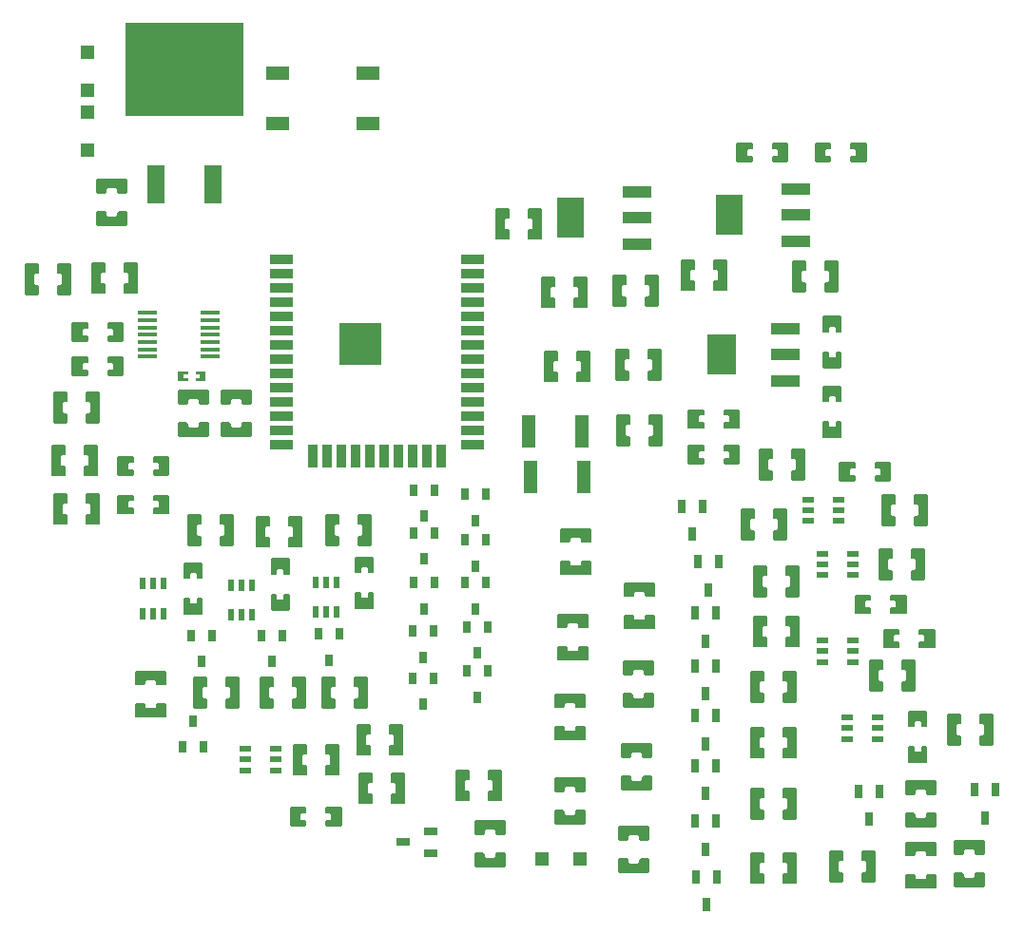
<source format=gtp>
G04 Layer: TopPasteMaskLayer*
G04 EasyEDA v6.5.50, 2025-05-11 21:30:58*
G04 57ce2a779753491496e961f97abc4982,bfcb7ea688f34dc99dffbe5811d057cf,10*
G04 Gerber Generator version 0.2*
G04 Scale: 100 percent, Rotated: No, Reflected: No *
G04 Dimensions in millimeters *
G04 leading zeros omitted , absolute positions ,4 integer and 5 decimal *
%FSLAX45Y45*%
%MOMM*%

%AMMACRO1*21,1,$1,$2,0,0,$3*%
%ADD10R,1.2500X3.0000*%
%ADD11R,1.3000X1.3000*%
%ADD12R,10.4900X8.3800*%
%ADD13R,1.5000X3.5040*%
%ADD14R,0.7000X1.2500*%
%ADD15R,1.2500X0.7000*%
%ADD16R,0.8000X1.0000*%
%ADD17R,2.0000X1.2000*%
%ADD18R,2.0000X0.9000*%
%ADD19R,0.9000X2.0000*%
%ADD20R,3.7000X3.7000*%
%ADD21MACRO1,0.98X2.47X90.0000*%
%ADD22MACRO1,3.6X2.47X-90.0000*%
%ADD23MACRO1,3.6X2.34X-90.0000*%
%ADD24R,2.5000X1.1000*%
%ADD25R,1.1000X0.6000*%
%ADD26R,0.6000X1.1000*%
%ADD27R,1.7000X0.4000*%
%ADD28R,0.0159X0.4000*%

%LPD*%
G36*
X7067296Y4607610D02*
G01*
X7057288Y4597603D01*
X7057288Y4560570D01*
X7067296Y4550562D01*
X7097775Y4550562D01*
X7107783Y4540554D01*
X7107783Y4501845D01*
X7097775Y4491837D01*
X7067296Y4491837D01*
X7057288Y4481830D01*
X7057288Y4444796D01*
X7067296Y4434789D01*
X7195820Y4434789D01*
X7205776Y4444796D01*
X7205776Y4597603D01*
X7195820Y4607610D01*
G37*
G36*
X6748780Y4607610D02*
G01*
X6738823Y4597603D01*
X6738823Y4444796D01*
X6748780Y4434789D01*
X6877303Y4434789D01*
X6887311Y4444796D01*
X6887311Y4481830D01*
X6877303Y4491837D01*
X6846824Y4491837D01*
X6836816Y4501845D01*
X6836816Y4540554D01*
X6846824Y4550562D01*
X6877303Y4550562D01*
X6887311Y4560570D01*
X6887311Y4597603D01*
X6877303Y4607610D01*
G37*
G36*
X7067296Y4925110D02*
G01*
X7057288Y4915103D01*
X7057288Y4878070D01*
X7067296Y4868062D01*
X7097775Y4868062D01*
X7107783Y4858054D01*
X7107783Y4819345D01*
X7097775Y4809337D01*
X7067296Y4809337D01*
X7057288Y4799330D01*
X7057288Y4762296D01*
X7067296Y4752289D01*
X7195820Y4752289D01*
X7205776Y4762296D01*
X7205776Y4915103D01*
X7195820Y4925110D01*
G37*
G36*
X6748780Y4925110D02*
G01*
X6738823Y4915103D01*
X6738823Y4762296D01*
X6748780Y4752289D01*
X6877303Y4752289D01*
X6887311Y4762296D01*
X6887311Y4799330D01*
X6877303Y4809337D01*
X6846824Y4809337D01*
X6836816Y4819345D01*
X6836816Y4858054D01*
X6846824Y4868062D01*
X6877303Y4868062D01*
X6887311Y4878070D01*
X6887311Y4915103D01*
X6877303Y4925110D01*
G37*
G36*
X7949996Y4817211D02*
G01*
X7939989Y4807204D01*
X7939989Y4678680D01*
X7949996Y4668723D01*
X8102803Y4668723D01*
X8112810Y4678680D01*
X8112810Y4807204D01*
X8102803Y4817211D01*
X8065770Y4817211D01*
X8055762Y4807204D01*
X8055762Y4776724D01*
X8045754Y4766716D01*
X8007045Y4766716D01*
X7997037Y4776724D01*
X7997037Y4807204D01*
X7987030Y4817211D01*
G37*
G36*
X7949996Y5135676D02*
G01*
X7939989Y5125720D01*
X7939989Y4997196D01*
X7949996Y4987188D01*
X7987030Y4987188D01*
X7997037Y4997196D01*
X7997037Y5027676D01*
X8007045Y5037683D01*
X8045754Y5037683D01*
X8055762Y5027676D01*
X8055762Y4997196D01*
X8065770Y4987188D01*
X8102803Y4987188D01*
X8112810Y4997196D01*
X8112810Y5125720D01*
X8102803Y5135676D01*
G37*
G36*
X7949996Y5439511D02*
G01*
X7939989Y5429504D01*
X7939989Y5300980D01*
X7949996Y5291023D01*
X8102803Y5291023D01*
X8112810Y5300980D01*
X8112810Y5429504D01*
X8102803Y5439511D01*
X8065770Y5439511D01*
X8055762Y5429504D01*
X8055762Y5399024D01*
X8045754Y5389016D01*
X8007045Y5389016D01*
X7997037Y5399024D01*
X7997037Y5429504D01*
X7987030Y5439511D01*
G37*
G36*
X7949996Y5757976D02*
G01*
X7939989Y5748020D01*
X7939989Y5619496D01*
X7949996Y5609488D01*
X7987030Y5609488D01*
X7997037Y5619496D01*
X7997037Y5649976D01*
X8007045Y5659983D01*
X8045754Y5659983D01*
X8055762Y5649976D01*
X8055762Y5619496D01*
X8065770Y5609488D01*
X8102803Y5609488D01*
X8112810Y5619496D01*
X8112810Y5748020D01*
X8102803Y5757976D01*
G37*
G36*
X8197596Y7300010D02*
G01*
X8187588Y7290003D01*
X8187588Y7252970D01*
X8197596Y7242962D01*
X8228075Y7242962D01*
X8238083Y7232954D01*
X8238083Y7194245D01*
X8228075Y7184237D01*
X8197596Y7184237D01*
X8187588Y7174230D01*
X8187588Y7137196D01*
X8197596Y7127189D01*
X8326120Y7127189D01*
X8336076Y7137196D01*
X8336076Y7290003D01*
X8326120Y7300010D01*
G37*
G36*
X7879080Y7300010D02*
G01*
X7869123Y7290003D01*
X7869123Y7137196D01*
X7879080Y7127189D01*
X8007603Y7127189D01*
X8017611Y7137196D01*
X8017611Y7174230D01*
X8007603Y7184237D01*
X7977124Y7184237D01*
X7967116Y7194245D01*
X7967116Y7232954D01*
X7977124Y7242962D01*
X8007603Y7242962D01*
X8017611Y7252970D01*
X8017611Y7290003D01*
X8007603Y7300010D01*
G37*
G36*
X7180580Y7300010D02*
G01*
X7170623Y7290003D01*
X7170623Y7137196D01*
X7180580Y7127189D01*
X7309103Y7127189D01*
X7319111Y7137196D01*
X7319111Y7174230D01*
X7309103Y7184237D01*
X7278624Y7184237D01*
X7268616Y7194245D01*
X7268616Y7232954D01*
X7278624Y7242962D01*
X7309103Y7242962D01*
X7319111Y7252970D01*
X7319111Y7290003D01*
X7309103Y7300010D01*
G37*
G36*
X7499096Y7300010D02*
G01*
X7489088Y7290003D01*
X7489088Y7252970D01*
X7499096Y7242962D01*
X7529575Y7242962D01*
X7539583Y7232954D01*
X7539583Y7194245D01*
X7529575Y7184237D01*
X7499096Y7184237D01*
X7489088Y7174230D01*
X7489088Y7137196D01*
X7499096Y7127189D01*
X7627620Y7127189D01*
X7637576Y7137196D01*
X7637576Y7290003D01*
X7627620Y7300010D01*
G37*
G36*
X8094980Y4455210D02*
G01*
X8085023Y4445203D01*
X8085023Y4292396D01*
X8094980Y4282389D01*
X8223503Y4282389D01*
X8233511Y4292396D01*
X8233511Y4329430D01*
X8223503Y4339437D01*
X8193024Y4339437D01*
X8183016Y4349445D01*
X8183016Y4388154D01*
X8193024Y4398162D01*
X8223503Y4398162D01*
X8233511Y4408170D01*
X8233511Y4445203D01*
X8223503Y4455210D01*
G37*
G36*
X8413496Y4455210D02*
G01*
X8403488Y4445203D01*
X8403488Y4408170D01*
X8413496Y4398162D01*
X8443976Y4398162D01*
X8453983Y4388154D01*
X8453983Y4349445D01*
X8443976Y4339437D01*
X8413496Y4339437D01*
X8403488Y4329430D01*
X8403488Y4292396D01*
X8413496Y4282389D01*
X8542020Y4282389D01*
X8551976Y4292396D01*
X8551976Y4445203D01*
X8542020Y4455210D01*
G37*
G36*
X8553196Y3274110D02*
G01*
X8543188Y3264103D01*
X8543188Y3227070D01*
X8553196Y3217062D01*
X8583676Y3217062D01*
X8593683Y3207054D01*
X8593683Y3168345D01*
X8583676Y3158337D01*
X8553196Y3158337D01*
X8543188Y3148330D01*
X8543188Y3111296D01*
X8553196Y3101289D01*
X8681720Y3101289D01*
X8691676Y3111296D01*
X8691676Y3264103D01*
X8681720Y3274110D01*
G37*
G36*
X8234680Y3274110D02*
G01*
X8224723Y3264103D01*
X8224723Y3111296D01*
X8234680Y3101289D01*
X8363203Y3101289D01*
X8373211Y3111296D01*
X8373211Y3148330D01*
X8363203Y3158337D01*
X8332724Y3158337D01*
X8322716Y3168345D01*
X8322716Y3207054D01*
X8332724Y3217062D01*
X8363203Y3217062D01*
X8373211Y3227070D01*
X8373211Y3264103D01*
X8363203Y3274110D01*
G37*
G36*
X8807196Y2969310D02*
G01*
X8797188Y2959303D01*
X8797188Y2922270D01*
X8807196Y2912262D01*
X8837676Y2912262D01*
X8847683Y2902254D01*
X8847683Y2863545D01*
X8837676Y2853537D01*
X8807196Y2853537D01*
X8797188Y2843530D01*
X8797188Y2806496D01*
X8807196Y2796489D01*
X8935720Y2796489D01*
X8945676Y2806496D01*
X8945676Y2959303D01*
X8935720Y2969310D01*
G37*
G36*
X8488680Y2969310D02*
G01*
X8478723Y2959303D01*
X8478723Y2806496D01*
X8488680Y2796489D01*
X8617204Y2796489D01*
X8627211Y2806496D01*
X8627211Y2843530D01*
X8617204Y2853537D01*
X8586724Y2853537D01*
X8576716Y2863545D01*
X8576716Y2902254D01*
X8586724Y2912262D01*
X8617204Y2912262D01*
X8627211Y2922270D01*
X8627211Y2959303D01*
X8617204Y2969310D01*
G37*
G36*
X8711996Y2240076D02*
G01*
X8701989Y2230120D01*
X8701989Y2101596D01*
X8711996Y2091588D01*
X8749030Y2091588D01*
X8759037Y2101596D01*
X8759037Y2132076D01*
X8769045Y2142083D01*
X8807754Y2142083D01*
X8817762Y2132076D01*
X8817762Y2101596D01*
X8827770Y2091588D01*
X8864803Y2091588D01*
X8874810Y2101596D01*
X8874810Y2230120D01*
X8864803Y2240076D01*
G37*
G36*
X8711996Y1921611D02*
G01*
X8701989Y1911604D01*
X8701989Y1783080D01*
X8711996Y1773123D01*
X8864803Y1773123D01*
X8874810Y1783080D01*
X8874810Y1911604D01*
X8864803Y1921611D01*
X8827770Y1921611D01*
X8817762Y1911604D01*
X8817762Y1881124D01*
X8807754Y1871116D01*
X8769045Y1871116D01*
X8759037Y1881124D01*
X8759037Y1911604D01*
X8749030Y1921611D01*
G37*
G36*
X3523996Y1381810D02*
G01*
X3513988Y1371803D01*
X3513988Y1334770D01*
X3523996Y1324762D01*
X3554476Y1324762D01*
X3564483Y1314754D01*
X3564483Y1276045D01*
X3554476Y1266037D01*
X3523996Y1266037D01*
X3513988Y1256030D01*
X3513988Y1218996D01*
X3523996Y1208989D01*
X3652520Y1208989D01*
X3662476Y1218996D01*
X3662476Y1371803D01*
X3652520Y1381810D01*
G37*
G36*
X3205480Y1381810D02*
G01*
X3195523Y1371803D01*
X3195523Y1218996D01*
X3205480Y1208989D01*
X3334004Y1208989D01*
X3344011Y1218996D01*
X3344011Y1256030D01*
X3334004Y1266037D01*
X3303524Y1266037D01*
X3293516Y1276045D01*
X3293516Y1314754D01*
X3303524Y1324762D01*
X3334004Y1324762D01*
X3344011Y1334770D01*
X3344011Y1371803D01*
X3334004Y1381810D01*
G37*
G36*
X2260396Y3560876D02*
G01*
X2250389Y3550920D01*
X2250389Y3422396D01*
X2260396Y3412388D01*
X2297430Y3412388D01*
X2307437Y3422396D01*
X2307437Y3452876D01*
X2317445Y3462883D01*
X2356154Y3462883D01*
X2366162Y3452876D01*
X2366162Y3422396D01*
X2376170Y3412388D01*
X2413203Y3412388D01*
X2423210Y3422396D01*
X2423210Y3550920D01*
X2413203Y3560876D01*
G37*
G36*
X2260396Y3242411D02*
G01*
X2250389Y3232404D01*
X2250389Y3103880D01*
X2260396Y3093923D01*
X2413203Y3093923D01*
X2423210Y3103880D01*
X2423210Y3232404D01*
X2413203Y3242411D01*
X2376170Y3242411D01*
X2366162Y3232404D01*
X2366162Y3201924D01*
X2356154Y3191916D01*
X2317445Y3191916D01*
X2307437Y3201924D01*
X2307437Y3232404D01*
X2297430Y3242411D01*
G37*
G36*
X3035096Y3280511D02*
G01*
X3025089Y3270503D01*
X3025089Y3141980D01*
X3035096Y3132023D01*
X3187903Y3132023D01*
X3197910Y3141980D01*
X3197910Y3270503D01*
X3187903Y3280511D01*
X3150870Y3280511D01*
X3140862Y3270503D01*
X3140862Y3240024D01*
X3130854Y3230016D01*
X3092145Y3230016D01*
X3082137Y3240024D01*
X3082137Y3270503D01*
X3072130Y3280511D01*
G37*
G36*
X3035096Y3598976D02*
G01*
X3025089Y3589020D01*
X3025089Y3460496D01*
X3035096Y3450488D01*
X3072130Y3450488D01*
X3082137Y3460496D01*
X3082137Y3490976D01*
X3092145Y3500983D01*
X3130854Y3500983D01*
X3140862Y3490976D01*
X3140862Y3460496D01*
X3150870Y3450488D01*
X3187903Y3450488D01*
X3197910Y3460496D01*
X3197910Y3589020D01*
X3187903Y3598976D01*
G37*
G36*
X3784396Y3293211D02*
G01*
X3774389Y3283204D01*
X3774389Y3154680D01*
X3784396Y3144723D01*
X3937203Y3144723D01*
X3947210Y3154680D01*
X3947210Y3283204D01*
X3937203Y3293211D01*
X3900170Y3293211D01*
X3890162Y3283204D01*
X3890162Y3252724D01*
X3880154Y3242716D01*
X3841445Y3242716D01*
X3831437Y3252724D01*
X3831437Y3283204D01*
X3821429Y3293211D01*
G37*
G36*
X3784396Y3611676D02*
G01*
X3774389Y3601720D01*
X3774389Y3473196D01*
X3784396Y3463188D01*
X3821429Y3463188D01*
X3831437Y3473196D01*
X3831437Y3503676D01*
X3841445Y3513683D01*
X3880154Y3513683D01*
X3890162Y3503676D01*
X3890162Y3473196D01*
X3900170Y3463188D01*
X3937203Y3463188D01*
X3947210Y3473196D01*
X3947210Y3601720D01*
X3937203Y3611676D01*
G37*
G36*
X1987296Y4506010D02*
G01*
X1977288Y4496003D01*
X1977288Y4458970D01*
X1987296Y4448962D01*
X2017775Y4448962D01*
X2027783Y4438954D01*
X2027783Y4400245D01*
X2017775Y4390237D01*
X1987296Y4390237D01*
X1977288Y4380230D01*
X1977288Y4343196D01*
X1987296Y4333189D01*
X2115820Y4333189D01*
X2125776Y4343196D01*
X2125776Y4496003D01*
X2115820Y4506010D01*
G37*
G36*
X1668780Y4506010D02*
G01*
X1658823Y4496003D01*
X1658823Y4343196D01*
X1668780Y4333189D01*
X1797304Y4333189D01*
X1807311Y4343196D01*
X1807311Y4380230D01*
X1797304Y4390237D01*
X1766824Y4390237D01*
X1756816Y4400245D01*
X1756816Y4438954D01*
X1766824Y4448962D01*
X1797304Y4448962D01*
X1807311Y4458970D01*
X1807311Y4496003D01*
X1797304Y4506010D01*
G37*
G36*
X1580896Y5699810D02*
G01*
X1570888Y5689803D01*
X1570888Y5652770D01*
X1580896Y5642762D01*
X1611376Y5642762D01*
X1621383Y5632754D01*
X1621383Y5594045D01*
X1611376Y5584037D01*
X1580896Y5584037D01*
X1570888Y5574030D01*
X1570888Y5536996D01*
X1580896Y5526989D01*
X1709420Y5526989D01*
X1719376Y5536996D01*
X1719376Y5689803D01*
X1709420Y5699810D01*
G37*
G36*
X1262380Y5699810D02*
G01*
X1252423Y5689803D01*
X1252423Y5536996D01*
X1262380Y5526989D01*
X1390904Y5526989D01*
X1400911Y5536996D01*
X1400911Y5574030D01*
X1390904Y5584037D01*
X1360424Y5584037D01*
X1350416Y5594045D01*
X1350416Y5632754D01*
X1360424Y5642762D01*
X1390904Y5642762D01*
X1400911Y5652770D01*
X1400911Y5689803D01*
X1390904Y5699810D01*
G37*
G36*
X1580896Y5395010D02*
G01*
X1570888Y5385003D01*
X1570888Y5347970D01*
X1580896Y5337962D01*
X1611376Y5337962D01*
X1621383Y5327954D01*
X1621383Y5289245D01*
X1611376Y5279237D01*
X1580896Y5279237D01*
X1570888Y5269230D01*
X1570888Y5232196D01*
X1580896Y5222189D01*
X1709420Y5222189D01*
X1719376Y5232196D01*
X1719376Y5385003D01*
X1709420Y5395010D01*
G37*
G36*
X1262380Y5395010D02*
G01*
X1252423Y5385003D01*
X1252423Y5232196D01*
X1262380Y5222189D01*
X1390904Y5222189D01*
X1400911Y5232196D01*
X1400911Y5269230D01*
X1390904Y5279237D01*
X1360424Y5279237D01*
X1350416Y5289245D01*
X1350416Y5327954D01*
X1360424Y5337962D01*
X1390904Y5337962D01*
X1400911Y5347970D01*
X1400911Y5385003D01*
X1390904Y5395010D01*
G37*
G36*
X1987296Y4163110D02*
G01*
X1977288Y4153103D01*
X1977288Y4116070D01*
X1987296Y4106062D01*
X2017775Y4106062D01*
X2027783Y4096054D01*
X2027783Y4057345D01*
X2017775Y4047337D01*
X1987296Y4047337D01*
X1977288Y4037329D01*
X1977288Y4000296D01*
X1987296Y3990289D01*
X2115820Y3990289D01*
X2125776Y4000296D01*
X2125776Y4153103D01*
X2115820Y4163110D01*
G37*
G36*
X1668780Y4163110D02*
G01*
X1658823Y4153103D01*
X1658823Y4000296D01*
X1668780Y3990289D01*
X1797304Y3990289D01*
X1807311Y4000296D01*
X1807311Y4037329D01*
X1797304Y4047337D01*
X1766824Y4047337D01*
X1756816Y4057345D01*
X1756816Y4096054D01*
X1766824Y4106062D01*
X1797304Y4106062D01*
X1807311Y4116070D01*
X1807311Y4153103D01*
X1797304Y4163110D01*
G37*
G36*
X6401917Y4877511D02*
G01*
X6391910Y4867503D01*
X6391910Y4794859D01*
X6401917Y4784852D01*
X6425488Y4784852D01*
X6435496Y4774844D01*
X6435496Y4699355D01*
X6425488Y4689348D01*
X6401917Y4689348D01*
X6391910Y4679340D01*
X6391910Y4606696D01*
X6401917Y4596688D01*
X6510172Y4596688D01*
X6520129Y4606696D01*
X6520129Y4867503D01*
X6510172Y4877511D01*
G37*
G36*
X6113627Y4877511D02*
G01*
X6103670Y4867503D01*
X6103670Y4606696D01*
X6113627Y4596688D01*
X6221882Y4596688D01*
X6231890Y4606696D01*
X6231890Y4679340D01*
X6221882Y4689348D01*
X6198311Y4689348D01*
X6188303Y4699355D01*
X6188303Y4774844D01*
X6198311Y4784852D01*
X6221882Y4784852D01*
X6231890Y4794859D01*
X6231890Y4867503D01*
X6221882Y4877511D01*
G37*
G36*
X5728817Y6109411D02*
G01*
X5718810Y6099403D01*
X5718810Y6026759D01*
X5728817Y6016752D01*
X5752388Y6016752D01*
X5762396Y6006744D01*
X5762396Y5931255D01*
X5752388Y5921248D01*
X5728817Y5921248D01*
X5718810Y5911240D01*
X5718810Y5838596D01*
X5728817Y5828588D01*
X5837072Y5828588D01*
X5847029Y5838596D01*
X5847029Y6099403D01*
X5837072Y6109411D01*
G37*
G36*
X5440527Y6109411D02*
G01*
X5430570Y6099403D01*
X5430570Y5838596D01*
X5440527Y5828588D01*
X5548782Y5828588D01*
X5558790Y5838596D01*
X5558790Y5911240D01*
X5548782Y5921248D01*
X5525211Y5921248D01*
X5515203Y5931255D01*
X5515203Y6006744D01*
X5525211Y6016752D01*
X5548782Y6016752D01*
X5558790Y6026759D01*
X5558790Y6099403D01*
X5548782Y6109411D01*
G37*
G36*
X6389217Y5461711D02*
G01*
X6379210Y5451703D01*
X6379210Y5379059D01*
X6389217Y5369052D01*
X6412788Y5369052D01*
X6422796Y5359044D01*
X6422796Y5283555D01*
X6412788Y5273548D01*
X6389217Y5273548D01*
X6379210Y5263540D01*
X6379210Y5190896D01*
X6389217Y5180888D01*
X6497472Y5180888D01*
X6507429Y5190896D01*
X6507429Y5451703D01*
X6497472Y5461711D01*
G37*
G36*
X6100927Y5461711D02*
G01*
X6090970Y5451703D01*
X6090970Y5190896D01*
X6100927Y5180888D01*
X6209182Y5180888D01*
X6219190Y5190896D01*
X6219190Y5263540D01*
X6209182Y5273548D01*
X6185611Y5273548D01*
X6175603Y5283555D01*
X6175603Y5359044D01*
X6185611Y5369052D01*
X6209182Y5369052D01*
X6219190Y5379059D01*
X6219190Y5451703D01*
X6209182Y5461711D01*
G37*
G36*
X5322417Y6719011D02*
G01*
X5312410Y6709003D01*
X5312410Y6636359D01*
X5322417Y6626352D01*
X5345988Y6626352D01*
X5355996Y6616344D01*
X5355996Y6540855D01*
X5345988Y6530848D01*
X5322417Y6530848D01*
X5312410Y6520840D01*
X5312410Y6448196D01*
X5322417Y6438188D01*
X5430672Y6438188D01*
X5440629Y6448196D01*
X5440629Y6709003D01*
X5430672Y6719011D01*
G37*
G36*
X5034127Y6719011D02*
G01*
X5024170Y6709003D01*
X5024170Y6448196D01*
X5034127Y6438188D01*
X5142382Y6438188D01*
X5152390Y6448196D01*
X5152390Y6520840D01*
X5142382Y6530848D01*
X5118811Y6530848D01*
X5108803Y6540855D01*
X5108803Y6616344D01*
X5118811Y6626352D01*
X5142382Y6626352D01*
X5152390Y6636359D01*
X5152390Y6709003D01*
X5142382Y6719011D01*
G37*
G36*
X5754217Y5449011D02*
G01*
X5744210Y5439003D01*
X5744210Y5366359D01*
X5754217Y5356352D01*
X5777788Y5356352D01*
X5787796Y5346344D01*
X5787796Y5270855D01*
X5777788Y5260848D01*
X5754217Y5260848D01*
X5744210Y5250840D01*
X5744210Y5178196D01*
X5754217Y5168188D01*
X5862472Y5168188D01*
X5872429Y5178196D01*
X5872429Y5439003D01*
X5862472Y5449011D01*
G37*
G36*
X5465927Y5449011D02*
G01*
X5455970Y5439003D01*
X5455970Y5178196D01*
X5465927Y5168188D01*
X5574182Y5168188D01*
X5584190Y5178196D01*
X5584190Y5250840D01*
X5574182Y5260848D01*
X5550611Y5260848D01*
X5540603Y5270855D01*
X5540603Y5346344D01*
X5550611Y5356352D01*
X5574182Y5356352D01*
X5584190Y5366359D01*
X5584190Y5439003D01*
X5574182Y5449011D01*
G37*
G36*
X6363817Y6122111D02*
G01*
X6353810Y6112103D01*
X6353810Y6039459D01*
X6363817Y6029452D01*
X6387388Y6029452D01*
X6397396Y6019444D01*
X6397396Y5943955D01*
X6387388Y5933948D01*
X6363817Y5933948D01*
X6353810Y5923940D01*
X6353810Y5851296D01*
X6363817Y5841288D01*
X6472072Y5841288D01*
X6482029Y5851296D01*
X6482029Y6112103D01*
X6472072Y6122111D01*
G37*
G36*
X6075527Y6122111D02*
G01*
X6065570Y6112103D01*
X6065570Y5851296D01*
X6075527Y5841288D01*
X6183782Y5841288D01*
X6193790Y5851296D01*
X6193790Y5923940D01*
X6183782Y5933948D01*
X6160211Y5933948D01*
X6150203Y5943955D01*
X6150203Y6019444D01*
X6160211Y6029452D01*
X6183782Y6029452D01*
X6193790Y6039459D01*
X6193790Y6112103D01*
X6183782Y6122111D01*
G37*
G36*
X7675727Y6249111D02*
G01*
X7665770Y6239103D01*
X7665770Y5978296D01*
X7675727Y5968288D01*
X7783982Y5968288D01*
X7793990Y5978296D01*
X7793990Y6050940D01*
X7783982Y6060948D01*
X7760411Y6060948D01*
X7750403Y6070955D01*
X7750403Y6146444D01*
X7760411Y6156452D01*
X7783982Y6156452D01*
X7793990Y6166459D01*
X7793990Y6239103D01*
X7783982Y6249111D01*
G37*
G36*
X7964017Y6249111D02*
G01*
X7954009Y6239103D01*
X7954009Y6166459D01*
X7964017Y6156452D01*
X7987588Y6156452D01*
X7997596Y6146444D01*
X7997596Y6070955D01*
X7987588Y6060948D01*
X7964017Y6060948D01*
X7954009Y6050940D01*
X7954009Y5978296D01*
X7964017Y5968288D01*
X8072272Y5968288D01*
X8082229Y5978296D01*
X8082229Y6239103D01*
X8072272Y6249111D01*
G37*
G36*
X6685127Y6261811D02*
G01*
X6675170Y6251803D01*
X6675170Y5990996D01*
X6685127Y5980988D01*
X6793382Y5980988D01*
X6803390Y5990996D01*
X6803390Y6063640D01*
X6793382Y6073648D01*
X6769811Y6073648D01*
X6759803Y6083655D01*
X6759803Y6159144D01*
X6769811Y6169152D01*
X6793382Y6169152D01*
X6803390Y6179159D01*
X6803390Y6251803D01*
X6793382Y6261811D01*
G37*
G36*
X6973417Y6261811D02*
G01*
X6963409Y6251803D01*
X6963409Y6179159D01*
X6973417Y6169152D01*
X6996988Y6169152D01*
X7006996Y6159144D01*
X7006996Y6083655D01*
X6996988Y6073648D01*
X6973417Y6073648D01*
X6963409Y6063640D01*
X6963409Y5990996D01*
X6973417Y5980988D01*
X7081672Y5980988D01*
X7091629Y5990996D01*
X7091629Y6251803D01*
X7081672Y6261811D01*
G37*
G36*
X8764117Y4166311D02*
G01*
X8754110Y4156303D01*
X8754110Y4083659D01*
X8764117Y4073651D01*
X8787688Y4073651D01*
X8797696Y4063644D01*
X8797696Y3988155D01*
X8787688Y3978148D01*
X8764117Y3978148D01*
X8754110Y3968140D01*
X8754110Y3895496D01*
X8764117Y3885488D01*
X8872372Y3885488D01*
X8882329Y3895496D01*
X8882329Y4156303D01*
X8872372Y4166311D01*
G37*
G36*
X8475827Y4166311D02*
G01*
X8465870Y4156303D01*
X8465870Y3895496D01*
X8475827Y3885488D01*
X8584082Y3885488D01*
X8594090Y3895496D01*
X8594090Y3968140D01*
X8584082Y3978148D01*
X8560511Y3978148D01*
X8550503Y3988155D01*
X8550503Y4063644D01*
X8560511Y4073651D01*
X8584082Y4073651D01*
X8594090Y4083659D01*
X8594090Y4156303D01*
X8584082Y4166311D01*
G37*
G36*
X8738717Y3683711D02*
G01*
X8728710Y3673703D01*
X8728710Y3601059D01*
X8738717Y3591051D01*
X8762288Y3591051D01*
X8772296Y3581044D01*
X8772296Y3505555D01*
X8762288Y3495548D01*
X8738717Y3495548D01*
X8728710Y3485540D01*
X8728710Y3412896D01*
X8738717Y3402888D01*
X8846972Y3402888D01*
X8856929Y3412896D01*
X8856929Y3673703D01*
X8846972Y3683711D01*
G37*
G36*
X8450427Y3683711D02*
G01*
X8440470Y3673703D01*
X8440470Y3412896D01*
X8450427Y3402888D01*
X8558682Y3402888D01*
X8568690Y3412896D01*
X8568690Y3485540D01*
X8558682Y3495548D01*
X8535111Y3495548D01*
X8525103Y3505555D01*
X8525103Y3581044D01*
X8535111Y3591051D01*
X8558682Y3591051D01*
X8568690Y3601059D01*
X8568690Y3673703D01*
X8558682Y3683711D01*
G37*
G36*
X8649817Y2693111D02*
G01*
X8639810Y2683103D01*
X8639810Y2610459D01*
X8649817Y2600452D01*
X8673388Y2600452D01*
X8683396Y2590444D01*
X8683396Y2514955D01*
X8673388Y2504948D01*
X8649817Y2504948D01*
X8639810Y2494940D01*
X8639810Y2422296D01*
X8649817Y2412288D01*
X8758072Y2412288D01*
X8768029Y2422296D01*
X8768029Y2683103D01*
X8758072Y2693111D01*
G37*
G36*
X8361527Y2693111D02*
G01*
X8351570Y2683103D01*
X8351570Y2422296D01*
X8361527Y2412288D01*
X8469782Y2412288D01*
X8479790Y2422296D01*
X8479790Y2494940D01*
X8469782Y2504948D01*
X8446211Y2504948D01*
X8436203Y2514955D01*
X8436203Y2590444D01*
X8446211Y2600452D01*
X8469782Y2600452D01*
X8479790Y2610459D01*
X8479790Y2683103D01*
X8469782Y2693111D01*
G37*
G36*
X9348317Y2210511D02*
G01*
X9338310Y2200503D01*
X9338310Y2127859D01*
X9348317Y2117852D01*
X9371888Y2117852D01*
X9381896Y2107844D01*
X9381896Y2032355D01*
X9371888Y2022348D01*
X9348317Y2022348D01*
X9338310Y2012340D01*
X9338310Y1939696D01*
X9348317Y1929688D01*
X9456572Y1929688D01*
X9466529Y1939696D01*
X9466529Y2200503D01*
X9456572Y2210511D01*
G37*
G36*
X9060027Y2210511D02*
G01*
X9050070Y2200503D01*
X9050070Y1939696D01*
X9060027Y1929688D01*
X9168282Y1929688D01*
X9178290Y1939696D01*
X9178290Y2012340D01*
X9168282Y2022348D01*
X9144711Y2022348D01*
X9134703Y2032355D01*
X9134703Y2107844D01*
X9144711Y2117852D01*
X9168282Y2117852D01*
X9178290Y2127859D01*
X9178290Y2200503D01*
X9168282Y2210511D01*
G37*
G36*
X7506817Y4039311D02*
G01*
X7496809Y4029303D01*
X7496809Y3956659D01*
X7506817Y3946651D01*
X7530388Y3946651D01*
X7540396Y3936644D01*
X7540396Y3861155D01*
X7530388Y3851148D01*
X7506817Y3851148D01*
X7496809Y3841140D01*
X7496809Y3768496D01*
X7506817Y3758488D01*
X7615072Y3758488D01*
X7625029Y3768496D01*
X7625029Y4029303D01*
X7615072Y4039311D01*
G37*
G36*
X7218527Y4039311D02*
G01*
X7208570Y4029303D01*
X7208570Y3768496D01*
X7218527Y3758488D01*
X7326782Y3758488D01*
X7336790Y3768496D01*
X7336790Y3841140D01*
X7326782Y3851148D01*
X7303211Y3851148D01*
X7293203Y3861155D01*
X7293203Y3936644D01*
X7303211Y3946651D01*
X7326782Y3946651D01*
X7336790Y3956659D01*
X7336790Y4029303D01*
X7326782Y4039311D01*
G37*
G36*
X7621117Y3086811D02*
G01*
X7611109Y3076803D01*
X7611109Y3004159D01*
X7621117Y2994152D01*
X7644688Y2994152D01*
X7654696Y2984144D01*
X7654696Y2908655D01*
X7644688Y2898648D01*
X7621117Y2898648D01*
X7611109Y2888640D01*
X7611109Y2815996D01*
X7621117Y2805988D01*
X7729372Y2805988D01*
X7739329Y2815996D01*
X7739329Y3076803D01*
X7729372Y3086811D01*
G37*
G36*
X7332827Y3086811D02*
G01*
X7322870Y3076803D01*
X7322870Y2815996D01*
X7332827Y2805988D01*
X7441082Y2805988D01*
X7451090Y2815996D01*
X7451090Y2888640D01*
X7441082Y2898648D01*
X7417511Y2898648D01*
X7407503Y2908655D01*
X7407503Y2984144D01*
X7417511Y2994152D01*
X7441082Y2994152D01*
X7451090Y3004159D01*
X7451090Y3076803D01*
X7441082Y3086811D01*
G37*
G36*
X7595717Y2096211D02*
G01*
X7585709Y2086203D01*
X7585709Y2013559D01*
X7595717Y2003552D01*
X7619288Y2003552D01*
X7629296Y1993544D01*
X7629296Y1918055D01*
X7619288Y1908048D01*
X7595717Y1908048D01*
X7585709Y1898040D01*
X7585709Y1825396D01*
X7595717Y1815388D01*
X7703972Y1815388D01*
X7713929Y1825396D01*
X7713929Y2086203D01*
X7703972Y2096211D01*
G37*
G36*
X7307427Y2096211D02*
G01*
X7297470Y2086203D01*
X7297470Y1825396D01*
X7307427Y1815388D01*
X7415682Y1815388D01*
X7425690Y1825396D01*
X7425690Y1898040D01*
X7415682Y1908048D01*
X7392111Y1908048D01*
X7382103Y1918055D01*
X7382103Y1993544D01*
X7392111Y2003552D01*
X7415682Y2003552D01*
X7425690Y2013559D01*
X7425690Y2086203D01*
X7415682Y2096211D01*
G37*
G36*
X7595717Y978611D02*
G01*
X7585709Y968603D01*
X7585709Y895959D01*
X7595717Y885952D01*
X7619288Y885952D01*
X7629296Y875944D01*
X7629296Y800455D01*
X7619288Y790448D01*
X7595717Y790448D01*
X7585709Y780440D01*
X7585709Y707796D01*
X7595717Y697788D01*
X7703972Y697788D01*
X7713929Y707796D01*
X7713929Y968603D01*
X7703972Y978611D01*
G37*
G36*
X7307427Y978611D02*
G01*
X7297470Y968603D01*
X7297470Y707796D01*
X7307427Y697788D01*
X7415682Y697788D01*
X7425690Y707796D01*
X7425690Y780440D01*
X7415682Y790448D01*
X7392111Y790448D01*
X7382103Y800455D01*
X7382103Y875944D01*
X7392111Y885952D01*
X7415682Y885952D01*
X7425690Y895959D01*
X7425690Y968603D01*
X7415682Y978611D01*
G37*
G36*
X7595717Y1550111D02*
G01*
X7585709Y1540103D01*
X7585709Y1467459D01*
X7595717Y1457452D01*
X7619288Y1457452D01*
X7629296Y1447444D01*
X7629296Y1371955D01*
X7619288Y1361948D01*
X7595717Y1361948D01*
X7585709Y1351940D01*
X7585709Y1279296D01*
X7595717Y1269288D01*
X7703972Y1269288D01*
X7713929Y1279296D01*
X7713929Y1540103D01*
X7703972Y1550111D01*
G37*
G36*
X7307427Y1550111D02*
G01*
X7297470Y1540103D01*
X7297470Y1279296D01*
X7307427Y1269288D01*
X7415682Y1269288D01*
X7425690Y1279296D01*
X7425690Y1351940D01*
X7415682Y1361948D01*
X7392111Y1361948D01*
X7382103Y1371955D01*
X7382103Y1447444D01*
X7392111Y1457452D01*
X7415682Y1457452D01*
X7425690Y1467459D01*
X7425690Y1540103D01*
X7415682Y1550111D01*
G37*
G36*
X7595717Y2591511D02*
G01*
X7585709Y2581503D01*
X7585709Y2508859D01*
X7595717Y2498852D01*
X7619288Y2498852D01*
X7629296Y2488844D01*
X7629296Y2413355D01*
X7619288Y2403348D01*
X7595717Y2403348D01*
X7585709Y2393340D01*
X7585709Y2320696D01*
X7595717Y2310688D01*
X7703972Y2310688D01*
X7713929Y2320696D01*
X7713929Y2581503D01*
X7703972Y2591511D01*
G37*
G36*
X7307427Y2591511D02*
G01*
X7297470Y2581503D01*
X7297470Y2320696D01*
X7307427Y2310688D01*
X7415682Y2310688D01*
X7425690Y2320696D01*
X7425690Y2393340D01*
X7415682Y2403348D01*
X7392111Y2403348D01*
X7382103Y2413355D01*
X7382103Y2488844D01*
X7392111Y2498852D01*
X7415682Y2498852D01*
X7425690Y2508859D01*
X7425690Y2581503D01*
X7415682Y2591511D01*
G37*
G36*
X7621117Y3531311D02*
G01*
X7611109Y3521303D01*
X7611109Y3448659D01*
X7621117Y3438651D01*
X7644688Y3438651D01*
X7654696Y3428644D01*
X7654696Y3353155D01*
X7644688Y3343148D01*
X7621117Y3343148D01*
X7611109Y3333140D01*
X7611109Y3260496D01*
X7621117Y3250488D01*
X7729372Y3250488D01*
X7739329Y3260496D01*
X7739329Y3521303D01*
X7729372Y3531311D01*
G37*
G36*
X7332827Y3531311D02*
G01*
X7322870Y3521303D01*
X7322870Y3260496D01*
X7332827Y3250488D01*
X7441082Y3250488D01*
X7451090Y3260496D01*
X7451090Y3333140D01*
X7441082Y3343148D01*
X7417511Y3343148D01*
X7407503Y3353155D01*
X7407503Y3428644D01*
X7417511Y3438651D01*
X7441082Y3438651D01*
X7451090Y3448659D01*
X7451090Y3521303D01*
X7441082Y3531311D01*
G37*
G36*
X7671917Y4572711D02*
G01*
X7661909Y4562703D01*
X7661909Y4490059D01*
X7671917Y4480052D01*
X7695488Y4480052D01*
X7705496Y4470044D01*
X7705496Y4394555D01*
X7695488Y4384548D01*
X7671917Y4384548D01*
X7661909Y4374540D01*
X7661909Y4301896D01*
X7671917Y4291888D01*
X7780172Y4291888D01*
X7790129Y4301896D01*
X7790129Y4562703D01*
X7780172Y4572711D01*
G37*
G36*
X7383627Y4572711D02*
G01*
X7373670Y4562703D01*
X7373670Y4301896D01*
X7383627Y4291888D01*
X7491882Y4291888D01*
X7501890Y4301896D01*
X7501890Y4374540D01*
X7491882Y4384548D01*
X7468311Y4384548D01*
X7458303Y4394555D01*
X7458303Y4470044D01*
X7468311Y4480052D01*
X7491882Y4480052D01*
X7501890Y4490059D01*
X7501890Y4562703D01*
X7491882Y4572711D01*
G37*
G36*
X5609996Y3865829D02*
G01*
X5599988Y3855872D01*
X5599988Y3747617D01*
X5609996Y3737610D01*
X5682640Y3737610D01*
X5692648Y3747617D01*
X5692648Y3771188D01*
X5702655Y3781196D01*
X5778144Y3781196D01*
X5788152Y3771188D01*
X5788152Y3747617D01*
X5798159Y3737610D01*
X5870803Y3737610D01*
X5880811Y3747617D01*
X5880811Y3855872D01*
X5870803Y3865829D01*
G37*
G36*
X5609996Y3577590D02*
G01*
X5599988Y3567582D01*
X5599988Y3459327D01*
X5609996Y3449370D01*
X5870803Y3449370D01*
X5880811Y3459327D01*
X5880811Y3567582D01*
X5870803Y3577590D01*
X5798159Y3577590D01*
X5788152Y3567582D01*
X5788152Y3544011D01*
X5778144Y3534003D01*
X5702655Y3534003D01*
X5692648Y3544011D01*
X5692648Y3567582D01*
X5682640Y3577590D01*
G37*
G36*
X6181496Y3383229D02*
G01*
X6171488Y3373272D01*
X6171488Y3265017D01*
X6181496Y3255010D01*
X6254140Y3255010D01*
X6264148Y3265017D01*
X6264148Y3288588D01*
X6274155Y3298596D01*
X6349644Y3298596D01*
X6359652Y3288588D01*
X6359652Y3265017D01*
X6369659Y3255010D01*
X6442303Y3255010D01*
X6452311Y3265017D01*
X6452311Y3373272D01*
X6442303Y3383229D01*
G37*
G36*
X6181496Y3094990D02*
G01*
X6171488Y3084982D01*
X6171488Y2976727D01*
X6181496Y2966770D01*
X6442303Y2966770D01*
X6452311Y2976727D01*
X6452311Y3084982D01*
X6442303Y3094990D01*
X6369659Y3094990D01*
X6359652Y3084982D01*
X6359652Y3061411D01*
X6349644Y3051403D01*
X6274155Y3051403D01*
X6264148Y3061411D01*
X6264148Y3084982D01*
X6254140Y3094990D01*
G37*
G36*
X5584596Y3103829D02*
G01*
X5574588Y3093872D01*
X5574588Y2985617D01*
X5584596Y2975610D01*
X5657240Y2975610D01*
X5667248Y2985617D01*
X5667248Y3009188D01*
X5677255Y3019196D01*
X5752744Y3019196D01*
X5762752Y3009188D01*
X5762752Y2985617D01*
X5772759Y2975610D01*
X5845403Y2975610D01*
X5855411Y2985617D01*
X5855411Y3093872D01*
X5845403Y3103829D01*
G37*
G36*
X5584596Y2815590D02*
G01*
X5574588Y2805582D01*
X5574588Y2697327D01*
X5584596Y2687370D01*
X5845403Y2687370D01*
X5855411Y2697327D01*
X5855411Y2805582D01*
X5845403Y2815590D01*
X5772759Y2815590D01*
X5762752Y2805582D01*
X5762752Y2782011D01*
X5752744Y2772003D01*
X5677255Y2772003D01*
X5667248Y2782011D01*
X5667248Y2805582D01*
X5657240Y2815590D01*
G37*
G36*
X6168796Y2684729D02*
G01*
X6158788Y2674772D01*
X6158788Y2566517D01*
X6168796Y2556510D01*
X6241440Y2556510D01*
X6251448Y2566517D01*
X6251448Y2590088D01*
X6261455Y2600096D01*
X6336944Y2600096D01*
X6346952Y2590088D01*
X6346952Y2566517D01*
X6356959Y2556510D01*
X6429603Y2556510D01*
X6439611Y2566517D01*
X6439611Y2674772D01*
X6429603Y2684729D01*
G37*
G36*
X6168796Y2396490D02*
G01*
X6158788Y2386482D01*
X6158788Y2278227D01*
X6168796Y2268270D01*
X6429603Y2268270D01*
X6439611Y2278227D01*
X6439611Y2386482D01*
X6429603Y2396490D01*
X6356959Y2396490D01*
X6346952Y2386482D01*
X6346952Y2362911D01*
X6336944Y2352903D01*
X6261455Y2352903D01*
X6251448Y2362911D01*
X6251448Y2386482D01*
X6241440Y2396490D01*
G37*
G36*
X5559196Y2392629D02*
G01*
X5549188Y2382672D01*
X5549188Y2274417D01*
X5559196Y2264410D01*
X5631840Y2264410D01*
X5641848Y2274417D01*
X5641848Y2297988D01*
X5651855Y2307996D01*
X5727344Y2307996D01*
X5737352Y2297988D01*
X5737352Y2274417D01*
X5747359Y2264410D01*
X5820003Y2264410D01*
X5830011Y2274417D01*
X5830011Y2382672D01*
X5820003Y2392629D01*
G37*
G36*
X5559196Y2104390D02*
G01*
X5549188Y2094382D01*
X5549188Y1986127D01*
X5559196Y1976170D01*
X5820003Y1976170D01*
X5830011Y1986127D01*
X5830011Y2094382D01*
X5820003Y2104390D01*
X5747359Y2104390D01*
X5737352Y2094382D01*
X5737352Y2070811D01*
X5727344Y2060803D01*
X5651855Y2060803D01*
X5641848Y2070811D01*
X5641848Y2094382D01*
X5631840Y2104390D01*
G37*
G36*
X6156096Y1948129D02*
G01*
X6146088Y1938172D01*
X6146088Y1829917D01*
X6156096Y1819910D01*
X6228740Y1819910D01*
X6238748Y1829917D01*
X6238748Y1853488D01*
X6248755Y1863496D01*
X6324244Y1863496D01*
X6334252Y1853488D01*
X6334252Y1829917D01*
X6344259Y1819910D01*
X6416903Y1819910D01*
X6426911Y1829917D01*
X6426911Y1938172D01*
X6416903Y1948129D01*
G37*
G36*
X6156096Y1659889D02*
G01*
X6146088Y1649882D01*
X6146088Y1541627D01*
X6156096Y1531670D01*
X6416903Y1531670D01*
X6426911Y1541627D01*
X6426911Y1649882D01*
X6416903Y1659889D01*
X6344259Y1659889D01*
X6334252Y1649882D01*
X6334252Y1626311D01*
X6324244Y1616303D01*
X6248755Y1616303D01*
X6238748Y1626311D01*
X6238748Y1649882D01*
X6228740Y1659889D01*
G37*
G36*
X5559196Y1643329D02*
G01*
X5549188Y1633372D01*
X5549188Y1525117D01*
X5559196Y1515110D01*
X5631840Y1515110D01*
X5641848Y1525117D01*
X5641848Y1548688D01*
X5651855Y1558696D01*
X5727344Y1558696D01*
X5737352Y1548688D01*
X5737352Y1525117D01*
X5747359Y1515110D01*
X5820003Y1515110D01*
X5830011Y1525117D01*
X5830011Y1633372D01*
X5820003Y1643329D01*
G37*
G36*
X5559196Y1355090D02*
G01*
X5549188Y1345082D01*
X5549188Y1236827D01*
X5559196Y1226870D01*
X5820003Y1226870D01*
X5830011Y1236827D01*
X5830011Y1345082D01*
X5820003Y1355090D01*
X5747359Y1355090D01*
X5737352Y1345082D01*
X5737352Y1321511D01*
X5727344Y1311503D01*
X5651855Y1311503D01*
X5641848Y1321511D01*
X5641848Y1345082D01*
X5631840Y1355090D01*
G37*
G36*
X6130696Y1211529D02*
G01*
X6120688Y1201572D01*
X6120688Y1093317D01*
X6130696Y1083310D01*
X6203340Y1083310D01*
X6213348Y1093317D01*
X6213348Y1116888D01*
X6223355Y1126896D01*
X6298844Y1126896D01*
X6308852Y1116888D01*
X6308852Y1093317D01*
X6318859Y1083310D01*
X6391503Y1083310D01*
X6401511Y1093317D01*
X6401511Y1201572D01*
X6391503Y1211529D01*
G37*
G36*
X6130696Y923290D02*
G01*
X6120688Y913282D01*
X6120688Y805027D01*
X6130696Y795070D01*
X6391503Y795070D01*
X6401511Y805027D01*
X6401511Y913282D01*
X6391503Y923290D01*
X6318859Y923290D01*
X6308852Y913282D01*
X6308852Y889711D01*
X6298844Y879703D01*
X6223355Y879703D01*
X6213348Y889711D01*
X6213348Y913282D01*
X6203340Y923290D01*
G37*
G36*
X8294217Y991311D02*
G01*
X8284209Y981303D01*
X8284209Y908659D01*
X8294217Y898652D01*
X8317788Y898652D01*
X8327796Y888644D01*
X8327796Y813155D01*
X8317788Y803148D01*
X8294217Y803148D01*
X8284209Y793140D01*
X8284209Y720496D01*
X8294217Y710488D01*
X8402472Y710488D01*
X8412429Y720496D01*
X8412429Y981303D01*
X8402472Y991311D01*
G37*
G36*
X8005927Y991311D02*
G01*
X7995970Y981303D01*
X7995970Y720496D01*
X8005927Y710488D01*
X8114182Y710488D01*
X8124190Y720496D01*
X8124190Y793140D01*
X8114182Y803148D01*
X8090611Y803148D01*
X8080603Y813155D01*
X8080603Y888644D01*
X8090611Y898652D01*
X8114182Y898652D01*
X8124190Y908659D01*
X8124190Y981303D01*
X8114182Y991311D01*
G37*
G36*
X8683396Y1617929D02*
G01*
X8673388Y1607972D01*
X8673388Y1499717D01*
X8683396Y1489710D01*
X8756040Y1489710D01*
X8766048Y1499717D01*
X8766048Y1523288D01*
X8776055Y1533296D01*
X8851544Y1533296D01*
X8861552Y1523288D01*
X8861552Y1499717D01*
X8871559Y1489710D01*
X8944203Y1489710D01*
X8954211Y1499717D01*
X8954211Y1607972D01*
X8944203Y1617929D01*
G37*
G36*
X8683396Y1329690D02*
G01*
X8673388Y1319682D01*
X8673388Y1211427D01*
X8683396Y1201470D01*
X8944203Y1201470D01*
X8954211Y1211427D01*
X8954211Y1319682D01*
X8944203Y1329690D01*
X8871559Y1329690D01*
X8861552Y1319682D01*
X8861552Y1296111D01*
X8851544Y1286103D01*
X8776055Y1286103D01*
X8766048Y1296111D01*
X8766048Y1319682D01*
X8756040Y1329690D01*
G37*
G36*
X9115196Y796290D02*
G01*
X9105188Y786282D01*
X9105188Y678027D01*
X9115196Y668070D01*
X9376003Y668070D01*
X9386011Y678027D01*
X9386011Y786282D01*
X9376003Y796290D01*
X9303359Y796290D01*
X9293352Y786282D01*
X9293352Y762711D01*
X9283344Y752703D01*
X9207855Y752703D01*
X9197848Y762711D01*
X9197848Y786282D01*
X9187840Y796290D01*
G37*
G36*
X9115196Y1084529D02*
G01*
X9105188Y1074572D01*
X9105188Y966317D01*
X9115196Y956310D01*
X9187840Y956310D01*
X9197848Y966317D01*
X9197848Y989888D01*
X9207855Y999896D01*
X9283344Y999896D01*
X9293352Y989888D01*
X9293352Y966317D01*
X9303359Y956310D01*
X9376003Y956310D01*
X9386011Y966317D01*
X9386011Y1074572D01*
X9376003Y1084529D01*
G37*
G36*
X8683396Y1071829D02*
G01*
X8673388Y1061872D01*
X8673388Y953617D01*
X8683396Y943610D01*
X8756040Y943610D01*
X8766048Y953617D01*
X8766048Y977188D01*
X8776055Y987196D01*
X8851544Y987196D01*
X8861552Y977188D01*
X8861552Y953617D01*
X8871559Y943610D01*
X8944203Y943610D01*
X8954211Y953617D01*
X8954211Y1061872D01*
X8944203Y1071829D01*
G37*
G36*
X8683396Y783590D02*
G01*
X8673388Y773582D01*
X8673388Y665327D01*
X8683396Y655370D01*
X8944203Y655370D01*
X8954211Y665327D01*
X8954211Y773582D01*
X8944203Y783590D01*
X8871559Y783590D01*
X8861552Y773582D01*
X8861552Y750011D01*
X8851544Y740003D01*
X8776055Y740003D01*
X8766048Y750011D01*
X8766048Y773582D01*
X8756040Y783590D01*
G37*
G36*
X3811117Y3988511D02*
G01*
X3801110Y3978503D01*
X3801110Y3905859D01*
X3811117Y3895851D01*
X3834688Y3895851D01*
X3844696Y3885844D01*
X3844696Y3810355D01*
X3834688Y3800348D01*
X3811117Y3800348D01*
X3801110Y3790340D01*
X3801110Y3717696D01*
X3811117Y3707688D01*
X3919372Y3707688D01*
X3929329Y3717696D01*
X3929329Y3978503D01*
X3919372Y3988511D01*
G37*
G36*
X3522827Y3988511D02*
G01*
X3512870Y3978503D01*
X3512870Y3717696D01*
X3522827Y3707688D01*
X3631082Y3707688D01*
X3641090Y3717696D01*
X3641090Y3790340D01*
X3631082Y3800348D01*
X3607511Y3800348D01*
X3597503Y3810355D01*
X3597503Y3885844D01*
X3607511Y3895851D01*
X3631082Y3895851D01*
X3641090Y3905859D01*
X3641090Y3978503D01*
X3631082Y3988511D01*
G37*
G36*
X3188817Y3975811D02*
G01*
X3178810Y3965803D01*
X3178810Y3893159D01*
X3188817Y3883151D01*
X3212388Y3883151D01*
X3222396Y3873144D01*
X3222396Y3797655D01*
X3212388Y3787648D01*
X3188817Y3787648D01*
X3178810Y3777640D01*
X3178810Y3704996D01*
X3188817Y3694988D01*
X3297072Y3694988D01*
X3307029Y3704996D01*
X3307029Y3965803D01*
X3297072Y3975811D01*
G37*
G36*
X2900527Y3975811D02*
G01*
X2890570Y3965803D01*
X2890570Y3704996D01*
X2900527Y3694988D01*
X3008782Y3694988D01*
X3018790Y3704996D01*
X3018790Y3777640D01*
X3008782Y3787648D01*
X2985211Y3787648D01*
X2975203Y3797655D01*
X2975203Y3873144D01*
X2985211Y3883151D01*
X3008782Y3883151D01*
X3018790Y3893159D01*
X3018790Y3965803D01*
X3008782Y3975811D01*
G37*
G36*
X2579217Y3988511D02*
G01*
X2569210Y3978503D01*
X2569210Y3905859D01*
X2579217Y3895851D01*
X2602788Y3895851D01*
X2612796Y3885844D01*
X2612796Y3810355D01*
X2602788Y3800348D01*
X2579217Y3800348D01*
X2569210Y3790340D01*
X2569210Y3717696D01*
X2579217Y3707688D01*
X2687472Y3707688D01*
X2697429Y3717696D01*
X2697429Y3978503D01*
X2687472Y3988511D01*
G37*
G36*
X2290927Y3988511D02*
G01*
X2280970Y3978503D01*
X2280970Y3717696D01*
X2290927Y3707688D01*
X2399182Y3707688D01*
X2409190Y3717696D01*
X2409190Y3790340D01*
X2399182Y3800348D01*
X2375611Y3800348D01*
X2365603Y3810355D01*
X2365603Y3885844D01*
X2375611Y3895851D01*
X2399182Y3895851D01*
X2409190Y3905859D01*
X2409190Y3978503D01*
X2399182Y3988511D01*
G37*
G36*
X3519017Y1943811D02*
G01*
X3509010Y1933803D01*
X3509010Y1861159D01*
X3519017Y1851152D01*
X3542588Y1851152D01*
X3552596Y1841144D01*
X3552596Y1765655D01*
X3542588Y1755648D01*
X3519017Y1755648D01*
X3509010Y1745640D01*
X3509010Y1672996D01*
X3519017Y1662988D01*
X3627272Y1662988D01*
X3637229Y1672996D01*
X3637229Y1933803D01*
X3627272Y1943811D01*
G37*
G36*
X3230727Y1943811D02*
G01*
X3220770Y1933803D01*
X3220770Y1672996D01*
X3230727Y1662988D01*
X3338982Y1662988D01*
X3348990Y1672996D01*
X3348990Y1745640D01*
X3338982Y1755648D01*
X3315411Y1755648D01*
X3305403Y1765655D01*
X3305403Y1841144D01*
X3315411Y1851152D01*
X3338982Y1851152D01*
X3348990Y1861159D01*
X3348990Y1933803D01*
X3338982Y1943811D01*
G37*
G36*
X3773017Y2540711D02*
G01*
X3763010Y2530703D01*
X3763010Y2458059D01*
X3773017Y2448052D01*
X3796588Y2448052D01*
X3806596Y2438044D01*
X3806596Y2362555D01*
X3796588Y2352548D01*
X3773017Y2352548D01*
X3763010Y2342540D01*
X3763010Y2269896D01*
X3773017Y2259888D01*
X3881272Y2259888D01*
X3891229Y2269896D01*
X3891229Y2530703D01*
X3881272Y2540711D01*
G37*
G36*
X3484727Y2540711D02*
G01*
X3474770Y2530703D01*
X3474770Y2269896D01*
X3484727Y2259888D01*
X3592982Y2259888D01*
X3602990Y2269896D01*
X3602990Y2342540D01*
X3592982Y2352548D01*
X3569411Y2352548D01*
X3559403Y2362555D01*
X3559403Y2438044D01*
X3569411Y2448052D01*
X3592982Y2448052D01*
X3602990Y2458059D01*
X3602990Y2530703D01*
X3592982Y2540711D01*
G37*
G36*
X3226917Y2540711D02*
G01*
X3216910Y2530703D01*
X3216910Y2458059D01*
X3226917Y2448052D01*
X3250488Y2448052D01*
X3260496Y2438044D01*
X3260496Y2362555D01*
X3250488Y2352548D01*
X3226917Y2352548D01*
X3216910Y2342540D01*
X3216910Y2269896D01*
X3226917Y2259888D01*
X3335172Y2259888D01*
X3345129Y2269896D01*
X3345129Y2530703D01*
X3335172Y2540711D01*
G37*
G36*
X2938627Y2540711D02*
G01*
X2928670Y2530703D01*
X2928670Y2269896D01*
X2938627Y2259888D01*
X3046882Y2259888D01*
X3056890Y2269896D01*
X3056890Y2342540D01*
X3046882Y2352548D01*
X3023311Y2352548D01*
X3013303Y2362555D01*
X3013303Y2438044D01*
X3023311Y2448052D01*
X3046882Y2448052D01*
X3056890Y2458059D01*
X3056890Y2530703D01*
X3046882Y2540711D01*
G37*
G36*
X2630017Y2540711D02*
G01*
X2620010Y2530703D01*
X2620010Y2458059D01*
X2630017Y2448052D01*
X2653588Y2448052D01*
X2663596Y2438044D01*
X2663596Y2362555D01*
X2653588Y2352548D01*
X2630017Y2352548D01*
X2620010Y2342540D01*
X2620010Y2269896D01*
X2630017Y2259888D01*
X2738272Y2259888D01*
X2748229Y2269896D01*
X2748229Y2530703D01*
X2738272Y2540711D01*
G37*
G36*
X2341727Y2540711D02*
G01*
X2331770Y2530703D01*
X2331770Y2269896D01*
X2341727Y2259888D01*
X2449982Y2259888D01*
X2459990Y2269896D01*
X2459990Y2342540D01*
X2449982Y2352548D01*
X2426411Y2352548D01*
X2416403Y2362555D01*
X2416403Y2438044D01*
X2426411Y2448052D01*
X2449982Y2448052D01*
X2459990Y2458059D01*
X2459990Y2530703D01*
X2449982Y2540711D01*
G37*
G36*
X1825396Y2595829D02*
G01*
X1815388Y2585872D01*
X1815388Y2477617D01*
X1825396Y2467610D01*
X1898040Y2467610D01*
X1908048Y2477617D01*
X1908048Y2501188D01*
X1918055Y2511196D01*
X1993544Y2511196D01*
X2003552Y2501188D01*
X2003552Y2477617D01*
X2013559Y2467610D01*
X2086203Y2467610D01*
X2096211Y2477617D01*
X2096211Y2585872D01*
X2086203Y2595829D01*
G37*
G36*
X1825396Y2307590D02*
G01*
X1815388Y2297582D01*
X1815388Y2189327D01*
X1825396Y2179370D01*
X2086203Y2179370D01*
X2096211Y2189327D01*
X2096211Y2297582D01*
X2086203Y2307590D01*
X2013559Y2307590D01*
X2003552Y2297582D01*
X2003552Y2274011D01*
X1993544Y2264003D01*
X1918055Y2264003D01*
X1908048Y2274011D01*
X1908048Y2297582D01*
X1898040Y2307590D01*
G37*
G36*
X4847996Y1262329D02*
G01*
X4837988Y1252372D01*
X4837988Y1144117D01*
X4847996Y1134110D01*
X4920640Y1134110D01*
X4930648Y1144117D01*
X4930648Y1167688D01*
X4940655Y1177696D01*
X5016144Y1177696D01*
X5026152Y1167688D01*
X5026152Y1144117D01*
X5036159Y1134110D01*
X5108803Y1134110D01*
X5118811Y1144117D01*
X5118811Y1252372D01*
X5108803Y1262329D01*
G37*
G36*
X4847996Y974090D02*
G01*
X4837988Y964082D01*
X4837988Y855827D01*
X4847996Y845870D01*
X5108803Y845870D01*
X5118811Y855827D01*
X5118811Y964082D01*
X5108803Y974090D01*
X5036159Y974090D01*
X5026152Y964082D01*
X5026152Y940511D01*
X5016144Y930503D01*
X4940655Y930503D01*
X4930648Y940511D01*
X4930648Y964082D01*
X4920640Y974090D01*
G37*
G36*
X4966817Y1715211D02*
G01*
X4956810Y1705203D01*
X4956810Y1632559D01*
X4966817Y1622552D01*
X4990388Y1622552D01*
X5000396Y1612544D01*
X5000396Y1537055D01*
X4990388Y1527048D01*
X4966817Y1527048D01*
X4956810Y1517040D01*
X4956810Y1444396D01*
X4966817Y1434388D01*
X5075072Y1434388D01*
X5085029Y1444396D01*
X5085029Y1705203D01*
X5075072Y1715211D01*
G37*
G36*
X4678527Y1715211D02*
G01*
X4668570Y1705203D01*
X4668570Y1444396D01*
X4678527Y1434388D01*
X4786782Y1434388D01*
X4796790Y1444396D01*
X4796790Y1517040D01*
X4786782Y1527048D01*
X4763211Y1527048D01*
X4753203Y1537055D01*
X4753203Y1612544D01*
X4763211Y1622552D01*
X4786782Y1622552D01*
X4796790Y1632559D01*
X4796790Y1705203D01*
X4786782Y1715211D01*
G37*
G36*
X4103217Y1689811D02*
G01*
X4093210Y1679803D01*
X4093210Y1607159D01*
X4103217Y1597152D01*
X4126788Y1597152D01*
X4136796Y1587144D01*
X4136796Y1511655D01*
X4126788Y1501648D01*
X4103217Y1501648D01*
X4093210Y1491640D01*
X4093210Y1418996D01*
X4103217Y1408988D01*
X4211472Y1408988D01*
X4221429Y1418996D01*
X4221429Y1679803D01*
X4211472Y1689811D01*
G37*
G36*
X3814927Y1689811D02*
G01*
X3804970Y1679803D01*
X3804970Y1418996D01*
X3814927Y1408988D01*
X3923182Y1408988D01*
X3933190Y1418996D01*
X3933190Y1491640D01*
X3923182Y1501648D01*
X3899611Y1501648D01*
X3889603Y1511655D01*
X3889603Y1587144D01*
X3899611Y1597152D01*
X3923182Y1597152D01*
X3933190Y1607159D01*
X3933190Y1679803D01*
X3923182Y1689811D01*
G37*
G36*
X4090517Y2121611D02*
G01*
X4080510Y2111603D01*
X4080510Y2038959D01*
X4090517Y2028952D01*
X4114088Y2028952D01*
X4124096Y2018944D01*
X4124096Y1943455D01*
X4114088Y1933448D01*
X4090517Y1933448D01*
X4080510Y1923440D01*
X4080510Y1850796D01*
X4090517Y1840788D01*
X4198772Y1840788D01*
X4208729Y1850796D01*
X4208729Y2111603D01*
X4198772Y2121611D01*
G37*
G36*
X3802227Y2121611D02*
G01*
X3792270Y2111603D01*
X3792270Y1850796D01*
X3802227Y1840788D01*
X3910482Y1840788D01*
X3920490Y1850796D01*
X3920490Y1923440D01*
X3910482Y1933448D01*
X3886911Y1933448D01*
X3876903Y1943455D01*
X3876903Y2018944D01*
X3886911Y2028952D01*
X3910482Y2028952D01*
X3920490Y2038959D01*
X3920490Y2111603D01*
X3910482Y2121611D01*
G37*
G36*
X2587396Y4809490D02*
G01*
X2577388Y4799482D01*
X2577388Y4691227D01*
X2587396Y4681270D01*
X2848203Y4681270D01*
X2858211Y4691227D01*
X2858211Y4799482D01*
X2848203Y4809490D01*
X2775559Y4809490D01*
X2765552Y4799482D01*
X2765552Y4775911D01*
X2755544Y4765903D01*
X2680055Y4765903D01*
X2670048Y4775911D01*
X2670048Y4799482D01*
X2660040Y4809490D01*
G37*
G36*
X2587396Y5097729D02*
G01*
X2577388Y5087772D01*
X2577388Y4979517D01*
X2587396Y4969510D01*
X2660040Y4969510D01*
X2670048Y4979517D01*
X2670048Y5003088D01*
X2680055Y5013096D01*
X2755544Y5013096D01*
X2765552Y5003088D01*
X2765552Y4979517D01*
X2775559Y4969510D01*
X2848203Y4969510D01*
X2858211Y4979517D01*
X2858211Y5087772D01*
X2848203Y5097729D01*
G37*
G36*
X2206396Y5097729D02*
G01*
X2196388Y5087772D01*
X2196388Y4979517D01*
X2206396Y4969510D01*
X2279040Y4969510D01*
X2289048Y4979517D01*
X2289048Y5003088D01*
X2299055Y5013096D01*
X2374544Y5013096D01*
X2384552Y5003088D01*
X2384552Y4979517D01*
X2394559Y4969510D01*
X2467203Y4969510D01*
X2477211Y4979517D01*
X2477211Y5087772D01*
X2467203Y5097729D01*
G37*
G36*
X2206396Y4809490D02*
G01*
X2196388Y4799482D01*
X2196388Y4691227D01*
X2206396Y4681270D01*
X2467203Y4681270D01*
X2477211Y4691227D01*
X2477211Y4799482D01*
X2467203Y4809490D01*
X2394559Y4809490D01*
X2384552Y4799482D01*
X2384552Y4775911D01*
X2374544Y4765903D01*
X2299055Y4765903D01*
X2289048Y4775911D01*
X2289048Y4799482D01*
X2279040Y4809490D01*
G37*
G36*
X1728317Y6236411D02*
G01*
X1718310Y6226403D01*
X1718310Y6153759D01*
X1728317Y6143752D01*
X1751888Y6143752D01*
X1761896Y6133744D01*
X1761896Y6058255D01*
X1751888Y6048248D01*
X1728317Y6048248D01*
X1718310Y6038240D01*
X1718310Y5965596D01*
X1728317Y5955588D01*
X1836572Y5955588D01*
X1846529Y5965596D01*
X1846529Y6226403D01*
X1836572Y6236411D01*
G37*
G36*
X1440027Y6236411D02*
G01*
X1430070Y6226403D01*
X1430070Y5965596D01*
X1440027Y5955588D01*
X1548282Y5955588D01*
X1558290Y5965596D01*
X1558290Y6038240D01*
X1548282Y6048248D01*
X1524711Y6048248D01*
X1514703Y6058255D01*
X1514703Y6133744D01*
X1524711Y6143752D01*
X1548282Y6143752D01*
X1558290Y6153759D01*
X1558290Y6226403D01*
X1548282Y6236411D01*
G37*
G36*
X1131417Y6223711D02*
G01*
X1121410Y6213703D01*
X1121410Y6141059D01*
X1131417Y6131052D01*
X1154988Y6131052D01*
X1164996Y6121044D01*
X1164996Y6045555D01*
X1154988Y6035548D01*
X1131417Y6035548D01*
X1121410Y6025540D01*
X1121410Y5952896D01*
X1131417Y5942888D01*
X1239672Y5942888D01*
X1249629Y5952896D01*
X1249629Y6213703D01*
X1239672Y6223711D01*
G37*
G36*
X843127Y6223711D02*
G01*
X833170Y6213703D01*
X833170Y5952896D01*
X843127Y5942888D01*
X951382Y5942888D01*
X961390Y5952896D01*
X961390Y6025540D01*
X951382Y6035548D01*
X927811Y6035548D01*
X917803Y6045555D01*
X917803Y6121044D01*
X927811Y6131052D01*
X951382Y6131052D01*
X961390Y6141059D01*
X961390Y6213703D01*
X951382Y6223711D01*
G37*
G36*
X1372717Y4610811D02*
G01*
X1362710Y4600803D01*
X1362710Y4528159D01*
X1372717Y4518152D01*
X1396288Y4518152D01*
X1406296Y4508144D01*
X1406296Y4432655D01*
X1396288Y4422648D01*
X1372717Y4422648D01*
X1362710Y4412640D01*
X1362710Y4339996D01*
X1372717Y4329988D01*
X1480972Y4329988D01*
X1490929Y4339996D01*
X1490929Y4600803D01*
X1480972Y4610811D01*
G37*
G36*
X1084427Y4610811D02*
G01*
X1074470Y4600803D01*
X1074470Y4339996D01*
X1084427Y4329988D01*
X1192682Y4329988D01*
X1202690Y4339996D01*
X1202690Y4412640D01*
X1192682Y4422648D01*
X1169111Y4422648D01*
X1159103Y4432655D01*
X1159103Y4508144D01*
X1169111Y4518152D01*
X1192682Y4518152D01*
X1202690Y4528159D01*
X1202690Y4600803D01*
X1192682Y4610811D01*
G37*
G36*
X1385417Y5080711D02*
G01*
X1375410Y5070703D01*
X1375410Y4998059D01*
X1385417Y4988052D01*
X1408988Y4988052D01*
X1418996Y4978044D01*
X1418996Y4902555D01*
X1408988Y4892548D01*
X1385417Y4892548D01*
X1375410Y4882540D01*
X1375410Y4809896D01*
X1385417Y4799888D01*
X1493672Y4799888D01*
X1503629Y4809896D01*
X1503629Y5070703D01*
X1493672Y5080711D01*
G37*
G36*
X1097127Y5080711D02*
G01*
X1087170Y5070703D01*
X1087170Y4809896D01*
X1097127Y4799888D01*
X1205382Y4799888D01*
X1215390Y4809896D01*
X1215390Y4882540D01*
X1205382Y4892548D01*
X1181811Y4892548D01*
X1171803Y4902555D01*
X1171803Y4978044D01*
X1181811Y4988052D01*
X1205382Y4988052D01*
X1215390Y4998059D01*
X1215390Y5070703D01*
X1205382Y5080711D01*
G37*
G36*
X1385417Y4179011D02*
G01*
X1375410Y4169003D01*
X1375410Y4096359D01*
X1385417Y4086351D01*
X1408988Y4086351D01*
X1418996Y4076344D01*
X1418996Y4000855D01*
X1408988Y3990848D01*
X1385417Y3990848D01*
X1375410Y3980840D01*
X1375410Y3908196D01*
X1385417Y3898188D01*
X1493672Y3898188D01*
X1503629Y3908196D01*
X1503629Y4169003D01*
X1493672Y4179011D01*
G37*
G36*
X1097127Y4179011D02*
G01*
X1087170Y4169003D01*
X1087170Y3908196D01*
X1097127Y3898188D01*
X1205382Y3898188D01*
X1215390Y3908196D01*
X1215390Y3980840D01*
X1205382Y3990848D01*
X1181811Y3990848D01*
X1171803Y4000855D01*
X1171803Y4076344D01*
X1181811Y4086351D01*
X1205382Y4086351D01*
X1215390Y4096359D01*
X1215390Y4169003D01*
X1205382Y4179011D01*
G37*
G36*
X1482496Y6977329D02*
G01*
X1472488Y6967372D01*
X1472488Y6859117D01*
X1482496Y6849109D01*
X1555140Y6849109D01*
X1565148Y6859117D01*
X1565148Y6882688D01*
X1575155Y6892696D01*
X1650644Y6892696D01*
X1660652Y6882688D01*
X1660652Y6859117D01*
X1670659Y6849109D01*
X1743303Y6849109D01*
X1753311Y6859117D01*
X1753311Y6967372D01*
X1743303Y6977329D01*
G37*
G36*
X1482496Y6689090D02*
G01*
X1472488Y6679082D01*
X1472488Y6570827D01*
X1482496Y6560870D01*
X1743303Y6560870D01*
X1753311Y6570827D01*
X1753311Y6679082D01*
X1743303Y6689090D01*
X1670659Y6689090D01*
X1660652Y6679082D01*
X1660652Y6655511D01*
X1650644Y6645503D01*
X1575155Y6645503D01*
X1565148Y6655511D01*
X1565148Y6679082D01*
X1555140Y6689090D01*
G37*
G36*
X2204618Y5264708D02*
G01*
X2199589Y5259679D01*
X2199589Y5179720D01*
X2204618Y5174691D01*
X2284577Y5174691D01*
X2289606Y5179720D01*
X2289606Y5202478D01*
X2252624Y5202478D01*
X2252624Y5235498D01*
X2289606Y5235498D01*
X2289606Y5259679D01*
X2284577Y5264708D01*
G37*
G36*
X2363622Y5264708D02*
G01*
X2358593Y5259679D01*
X2358593Y5236921D01*
X2395575Y5236921D01*
X2395575Y5203901D01*
X2358593Y5203901D01*
X2358593Y5179720D01*
X2363622Y5174691D01*
X2443581Y5174691D01*
X2448610Y5179720D01*
X2448610Y5259679D01*
X2443581Y5264708D01*
G37*
D10*
G01*
X5800166Y4724400D03*
G01*
X5325008Y4724400D03*
G01*
X5337733Y4318000D03*
G01*
X5812891Y4318000D03*
D11*
G01*
X1397000Y7234097D03*
G01*
X1397000Y7574102D03*
G01*
X5783402Y914400D03*
G01*
X5443397Y914400D03*
G01*
X1397000Y8107502D03*
G01*
X1397000Y7767497D03*
D12*
G01*
X2260625Y7952867D03*
D13*
G01*
X2514600Y6931558D03*
G01*
X2006600Y6931558D03*
D14*
G01*
X6991095Y1750568D03*
G01*
X6801104Y1750568D03*
G01*
X6896100Y1500631D03*
G01*
X6991095Y2639568D03*
G01*
X6801104Y2639568D03*
G01*
X6896100Y2389631D03*
G01*
X7016495Y3566668D03*
G01*
X6826504Y3566668D03*
G01*
X6921500Y3316731D03*
G01*
X7003795Y759968D03*
G01*
X6813804Y759968D03*
G01*
X6908800Y510031D03*
G01*
X6876795Y4061968D03*
G01*
X6686804Y4061968D03*
G01*
X6781800Y3812031D03*
G01*
X6991095Y3109468D03*
G01*
X6801104Y3109468D03*
G01*
X6896100Y2859531D03*
G01*
X6991095Y2195068D03*
G01*
X6801104Y2195068D03*
G01*
X6896100Y1945131D03*
G01*
X6991095Y1255268D03*
G01*
X6801104Y1255268D03*
G01*
X6896100Y1005331D03*
G01*
X8356600Y1272031D03*
G01*
X8261604Y1521968D03*
G01*
X8451595Y1521968D03*
G01*
X9385300Y1284731D03*
G01*
X9290304Y1534668D03*
G01*
X9480295Y1534668D03*
D15*
G01*
X4205731Y1066800D03*
G01*
X4455668Y1161795D03*
G01*
X4455668Y971804D03*
D16*
G01*
X2431795Y1916988D03*
G01*
X2336800Y2147011D03*
G01*
X2241804Y1916988D03*
G01*
X2318004Y2909011D03*
G01*
X2413000Y2678988D03*
G01*
X2507995Y2908985D03*
G01*
X2940304Y2909011D03*
G01*
X3035300Y2678988D03*
G01*
X3130295Y2908985D03*
G01*
X3448304Y2921711D03*
G01*
X3543300Y2691688D03*
G01*
X3638295Y2921685D03*
G01*
X4299204Y4204411D03*
G01*
X4394200Y3974388D03*
G01*
X4489195Y4204385D03*
G01*
X4299204Y3823411D03*
G01*
X4394200Y3593388D03*
G01*
X4489195Y3823385D03*
G01*
X4299204Y3378911D03*
G01*
X4394200Y3148888D03*
G01*
X4489195Y3378885D03*
G01*
X4286504Y2947111D03*
G01*
X4381500Y2717088D03*
G01*
X4476495Y2947085D03*
G01*
X4286504Y2528011D03*
G01*
X4381500Y2297988D03*
G01*
X4476495Y2527985D03*
G01*
X4756404Y4166311D03*
G01*
X4851400Y3936288D03*
G01*
X4946395Y4166285D03*
G01*
X4756404Y3759911D03*
G01*
X4851400Y3529888D03*
G01*
X4946395Y3759885D03*
G01*
X4756404Y3378911D03*
G01*
X4851400Y3148888D03*
G01*
X4946395Y3378885D03*
G01*
X4769104Y2985211D03*
G01*
X4864100Y2755188D03*
G01*
X4959095Y2985185D03*
G01*
X4769104Y2591511D03*
G01*
X4864100Y2361488D03*
G01*
X4959095Y2591485D03*
D17*
G01*
X3892499Y7921193D03*
G01*
X3892499Y7471206D03*
G01*
X3092500Y7471206D03*
G01*
X3092500Y7921193D03*
D18*
G01*
X4825111Y6260312D03*
G01*
X4825111Y6133312D03*
G01*
X4825111Y6006312D03*
G01*
X4825111Y5879312D03*
G01*
X4825111Y5752312D03*
G01*
X4825111Y5625312D03*
G01*
X4825111Y5498312D03*
G01*
X4825111Y5371312D03*
G01*
X4825111Y5244312D03*
G01*
X4825111Y5117312D03*
G01*
X4825111Y4990312D03*
G01*
X4825111Y4863312D03*
G01*
X4825111Y4736312D03*
G01*
X4825111Y4609312D03*
D19*
G01*
X4546600Y4509287D03*
G01*
X4419600Y4509287D03*
G01*
X4292600Y4509287D03*
G01*
X4165600Y4509287D03*
G01*
X4038600Y4509287D03*
G01*
X3911600Y4509287D03*
G01*
X3784600Y4509287D03*
G01*
X3657600Y4509287D03*
G01*
X3530600Y4509287D03*
G01*
X3403600Y4509287D03*
D18*
G01*
X3125088Y4609312D03*
G01*
X3125088Y4736312D03*
G01*
X3125088Y4863312D03*
G01*
X3125088Y4990312D03*
G01*
X3125088Y5117312D03*
G01*
X3125088Y5244312D03*
G01*
X3125088Y5371312D03*
G01*
X3125088Y5498312D03*
G01*
X3125088Y5625312D03*
G01*
X3125088Y5752312D03*
G01*
X3125088Y5879312D03*
G01*
X3125088Y6006312D03*
G01*
X3125088Y6133312D03*
G01*
X3125088Y6260312D03*
D20*
G01*
X3825113Y5510301D03*
D21*
G01*
X7611399Y5180199D03*
G01*
X7611399Y5410200D03*
G01*
X7611399Y5640200D03*
D22*
G01*
X7044400Y5410200D03*
D23*
G01*
X7107105Y6654800D03*
D24*
G01*
X7701102Y6884796D03*
G01*
X7701102Y6654800D03*
G01*
X7701102Y6424803D03*
D23*
G01*
X5697405Y6629400D03*
D24*
G01*
X6291402Y6859396D03*
G01*
X6291402Y6629400D03*
G01*
X6291402Y6399403D03*
D25*
G01*
X8158099Y1987804D03*
G01*
X8158099Y2082800D03*
G01*
X8158099Y2177795D03*
G01*
X8428100Y2177795D03*
G01*
X8428100Y2082800D03*
G01*
X8428100Y1987804D03*
G01*
X7942199Y2673604D03*
G01*
X7942199Y2768600D03*
G01*
X7942199Y2863595D03*
G01*
X8212200Y2863595D03*
G01*
X8212200Y2768600D03*
G01*
X8212200Y2673604D03*
G01*
X7942199Y3448304D03*
G01*
X7942199Y3543300D03*
G01*
X7942199Y3638295D03*
G01*
X8212200Y3638295D03*
G01*
X8212200Y3543300D03*
G01*
X8212200Y3448304D03*
G01*
X7815199Y3930904D03*
G01*
X7815199Y4025900D03*
G01*
X7815199Y4120895D03*
G01*
X8085200Y4120895D03*
G01*
X8085200Y4025900D03*
G01*
X8085200Y3930904D03*
D26*
G01*
X3422904Y3386201D03*
G01*
X3517900Y3386201D03*
G01*
X3612895Y3386201D03*
G01*
X3612895Y3116198D03*
G01*
X3517900Y3116198D03*
G01*
X3422904Y3116198D03*
G01*
X2673604Y3360801D03*
G01*
X2768600Y3360801D03*
G01*
X2863595Y3360801D03*
G01*
X2863595Y3090798D03*
G01*
X2768600Y3090798D03*
G01*
X2673604Y3090798D03*
G01*
X1886204Y3373501D03*
G01*
X1981200Y3373501D03*
G01*
X2076195Y3373501D03*
G01*
X2076195Y3103498D03*
G01*
X1981200Y3103498D03*
G01*
X1886204Y3103498D03*
D25*
G01*
X3068700Y1898395D03*
G01*
X3068700Y1803400D03*
G01*
X3068700Y1708404D03*
G01*
X2798699Y1708404D03*
G01*
X2798699Y1803400D03*
G01*
X2798699Y1898395D03*
D27*
G01*
X1929790Y5782995D03*
G01*
X1929790Y5717997D03*
G01*
X1929790Y5652998D03*
G01*
X1929790Y5588000D03*
G01*
X1929790Y5523001D03*
G01*
X1929790Y5458002D03*
G01*
X1929790Y5393004D03*
G01*
X2489809Y5393004D03*
G01*
X2489809Y5458002D03*
G01*
X2489809Y5523001D03*
G01*
X2489809Y5588000D03*
G01*
X2489809Y5652998D03*
G01*
X2489809Y5717997D03*
G01*
X2489809Y5782995D03*
M02*

</source>
